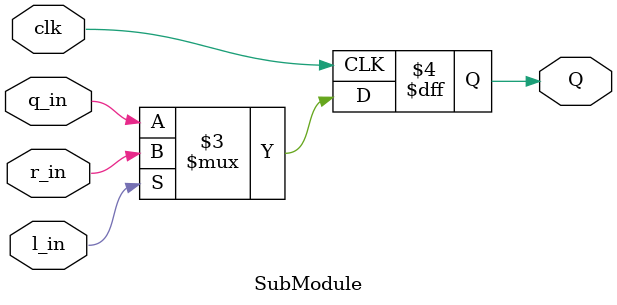
<source format=v>
module top_module (
	input [2:0] SW,      // R
	input [1:0] KEY,     // L and clk
	output [2:0] LEDR);  // Q

    SubModule SubModule_1 (
        .clk(KEY[0]),
        .l_in(KEY[1]),
        .r_in(SW[0]),
        .q_in(LEDR[2]),
        .Q(LEDR[0])
	);

    SubModule SubModule_2 (
        .clk(KEY[0]),
        .l_in(KEY[1]),
        .r_in(SW[1]),
        .q_in(LEDR[0]),
        .Q(LEDR[1])
	);
    
    SubModule SubModule_3 (
        .clk(KEY[0]),
        .l_in(KEY[1]),
        .r_in(SW[2]),
        .q_in(LEDR[1] ^ LEDR[2]),
        .Q(LEDR[2])
	);
    
endmodule

module SubModule(
	input clk,
    input l_in,
    input r_in,
    input q_in,
    output reg Q
);
    always@(posedge clk) begin
        Q <= (l_in == 1'd1) ? r_in : q_in; 
    end
    
endmodule

</source>
